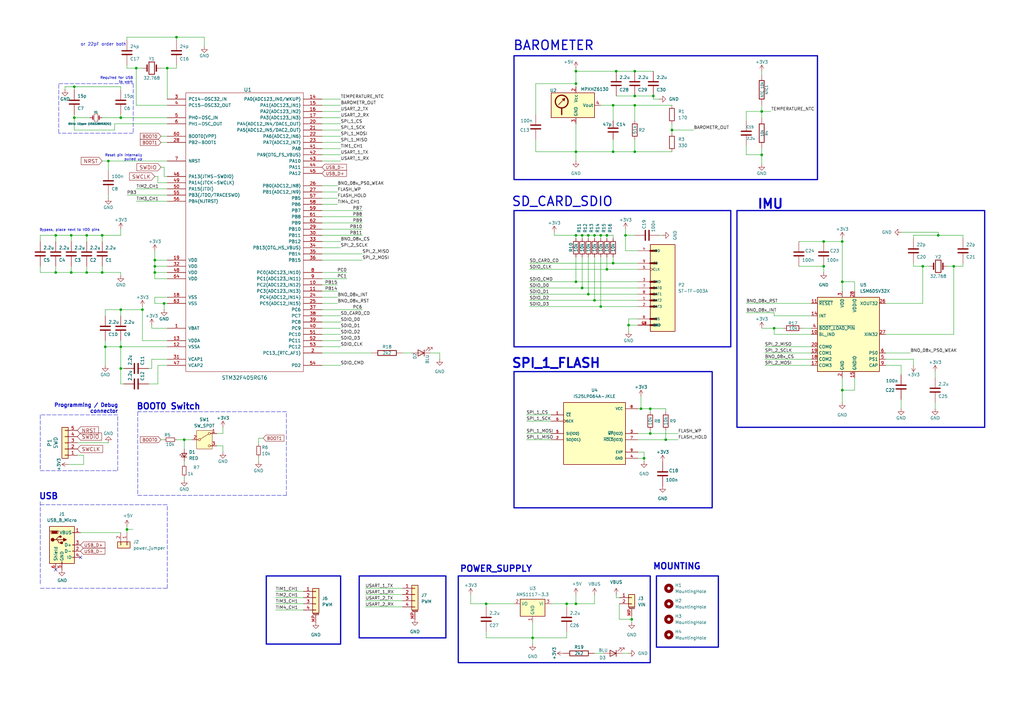
<source format=kicad_sch>
(kicad_sch (version 20231120) (generator "eeschema") (generator_version "8.0")
  (paper "A3")
  (title_block (title "Брекешев Бактияр "))
  (junction (at 236.22 115.57))
  (junction (at 378.46 109.22))
  (junction (at 22.86 96.52))
  (junction (at 232.41 247.65))
  (junction (at 58.42 127))
  (junction (at 251.46 107.95))
  (junction (at 49.53 142.24))
  (junction (at 260.35 29.21))
  (junction (at 241.3 120.65))
  (junction (at 30.48 35.56))
  (junction (at 257.81 133.35))
  (junction (at 260.35 62.23))
  (junction (at 252.73 29.21))
  (junction (at 251.46 62.23))
  (junction (at 345.44 99.06))
  (junction (at 248.92 96.52))
  (junction (at 238.76 118.11))
  (junction (at 248.92 110.49))
  (junction (at 246.38 125.73))
  (junction (at 55.88 27.94))
  (junction (at 72.39 15.24))
  (junction (at 63.5 109.22))
  (junction (at 236.22 29.21))
  (junction (at 199.39 247.65))
  (junction (at 251.46 43.18))
  (junction (at 22.86 111.76))
  (junction (at 312.42 45.72))
  (junction (at 41.91 111.76))
  (junction (at 218.44 261.62))
  (junction (at 312.42 63.5))
  (junction (at 260.35 43.18))
  (junction (at 29.21 96.52))
  (junction (at 243.84 96.52))
  (junction (at 49.53 48.26))
  (junction (at 63.5 106.68))
  (junction (at 260.35 39.37))
  (junction (at 63.5 111.76))
  (junction (at 35.56 111.76))
  (junction (at 41.91 96.52))
  (junction (at 52.07 217.17))
  (junction (at 337.82 99.06))
  (junction (at 43.18 142.24))
  (junction (at 44.45 66.04))
  (junction (at 236.22 62.23))
  (junction (at 262.89 167.64))
  (junction (at 29.21 111.76))
  (junction (at 68.58 27.94))
  (junction (at 236.22 247.65))
  (junction (at 391.16 109.22))
  (junction (at 49.53 127))
  (junction (at 35.56 96.52))
  (junction (at 259.08 254))
  (junction (at 384.81 96.52))
  (junction (at 273.05 180.34))
  (junction (at 256.54 96.52))
  (junction (at 345.44 160.02))
  (junction (at 241.3 96.52))
  (junction (at 238.76 96.52))
  (junction (at 317.5 134.62))
  (junction (at 75.565 180.34))
  (junction (at 337.82 109.22))
  (junction (at 345.44 115.57))
  (junction (at 275.59 53.34))
  (junction (at 49.53 151.13))
  (junction (at 67.31 124.46))
  (junction (at 236.22 34.29))
  (junction (at 264.16 187.96))
  (junction (at 266.7 177.8))
  (junction (at 266.7 167.64))
  (junction (at 30.48 48.26))
  (junction (at 246.38 96.52))
  (junction (at 243.84 123.19))
  (junction (at 236.22 96.52))
  (junction (at 267.97 39.37))
  (no_connect (at 22.86 233.68))
  (no_connect (at 33.02 228.6))
  (wire (pts (xy 132.08 127) (xy 148.59 127)))
  (wire (pts (xy 246.38 96.52) (xy 248.92 96.52)))
  (wire (pts (xy 34.29 186.69) (xy 31.75 186.69)))
  (wire (pts (xy 219.71 34.29) (xy 236.22 34.29)))
  (wire (pts (xy 260.35 39.37) (xy 267.97 39.37)))
  (wire (pts (xy 58.42 127) (xy 49.53 127)))
  (wire (pts (xy 72.39 15.24) (xy 52.07 15.24)))
  (wire (pts (xy 72.39 180.34) (xy 75.565 180.34)))
  (wire (pts (xy 55.88 43.18) (xy 55.88 27.94)))
  (wire (pts (xy 138.43 124.46) (xy 132.08 124.46)))
  (wire (pts (xy 180.34 144.78) (xy 180.34 147.32)))
  (wire (pts (xy 254 247.65) (xy 254 254)))
  (polyline (pts (xy 24.13 34.29) (xy 54.61 34.29)) (stroke (width 0) (type dash)))
  (wire (pts (xy 369.57 149.86) (xy 369.57 153.67)))
  (wire (pts (xy 266.7 177.8) (xy 261.62 177.8)))
  (wire (pts (xy 35.56 111.76) (xy 29.21 111.76)))
  (wire (pts (xy 252.73 29.21) (xy 260.35 29.21)))
  (wire (pts (xy 251.46 43.18) (xy 251.46 49.53)))
  (wire (pts (xy 328.93 134.62) (xy 332.74 134.62)))
  (wire (pts (xy 132.08 53.34) (xy 139.7 53.34)))
  (wire (pts (xy 236.22 34.29) (xy 236.22 35.56)))
  (wire (pts (xy 63.5 121.92) (xy 63.5 124.46)))
  (wire (pts (xy 262.89 167.64) (xy 266.7 167.64)))
  (polyline (pts (xy 54.61 34.29) (xy 54.61 54.61)) (stroke (width 0) (type dash)))
  (wire (pts (xy 33.02 218.44) (xy 49.53 218.44)))
  (wire (pts (xy 226.06 247.65) (xy 232.41 247.65)))
  (wire (pts (xy 373.38 144.78) (xy 363.22 144.78)))
  (wire (pts (xy 259.08 252.73) (xy 259.08 254)))
  (wire (pts (xy 68.58 106.68) (xy 63.5 106.68)))
  (wire (pts (xy 243.84 96.52) (xy 246.38 96.52)))
  (wire (pts (xy 256.54 96.52) (xy 260.35 96.52)))
  (wire (pts (xy 26.67 35.56) (xy 26.67 36.83)))
  (wire (pts (xy 251.46 105.41) (xy 251.46 107.95)))
  (polyline (pts (xy 56.515 168.91) (xy 56.515 203.2)) (stroke (width 0) (type dash)))
  (wire (pts (xy 62.23 151.13) (xy 60.96 151.13)))
  (wire (pts (xy 49.53 96.52) (xy 41.91 96.52)))
  (wire (pts (xy 68.58 27.94) (xy 68.58 40.64)))
  (wire (pts (xy 63.5 102.87) (xy 63.5 106.68)))
  (wire (pts (xy 273.05 167.64) (xy 266.7 167.64)))
  (wire (pts (xy 62.23 147.32) (xy 62.23 151.13)))
  (polyline (pts (xy 48.26 170.18) (xy 16.51 170.18)) (stroke (width 0) (type dash)))
  (wire (pts (xy 165.1 144.78) (xy 168.91 144.78)))
  (wire (pts (xy 261.62 185.42) (xy 264.16 185.42)))
  (wire (pts (xy 378.46 124.46) (xy 378.46 109.22)))
  (wire (pts (xy 275.59 50.8) (xy 275.59 53.34)))
  (wire (pts (xy 317.5 137.16) (xy 317.5 134.62)))
  (wire (pts (xy 246.38 125.73) (xy 261.62 125.73)))
  (wire (pts (xy 219.71 57.15) (xy 219.71 62.23)))
  (wire (pts (xy 63.5 72.39) (xy 64.77 72.39)))
  (wire (pts (xy 22.86 111.76) (xy 22.86 109.22)))
  (wire (pts (xy 132.08 137.16) (xy 139.7 137.16)))
  (wire (pts (xy 52.07 15.24) (xy 52.07 16.51)))
  (wire (pts (xy 275.59 53.34) (xy 284.48 53.34)))
  (wire (pts (xy 35.56 111.76) (xy 35.56 109.22)))
  (wire (pts (xy 312.42 29.21) (xy 312.42 30.48)))
  (wire (pts (xy 138.43 116.84) (xy 132.08 116.84)))
  (wire (pts (xy 256.54 93.98) (xy 256.54 96.52)))
  (wire (pts (xy 58.42 125.73) (xy 58.42 127)))
  (wire (pts (xy 41.91 109.22) (xy 41.91 111.76)))
  (wire (pts (xy 238.76 118.11) (xy 261.62 118.11)))
  (wire (pts (xy 46.99 53.34) (xy 46.99 50.8)))
  (wire (pts (xy 43.18 127) (xy 43.18 129.54)))
  (wire (pts (xy 67.31 72.39) (xy 68.58 72.39)))
  (wire (pts (xy 378.46 109.22) (xy 381 109.22)))
  (wire (pts (xy 262.89 162.56) (xy 262.89 167.64)))
  (wire (pts (xy 106.045 179.705) (xy 106.045 182.245)))
  (wire (pts (xy 68.58 142.24) (xy 49.53 142.24)))
  (wire (pts (xy 41.91 96.52) (xy 35.56 96.52)))
  (wire (pts (xy 91.44 182.88) (xy 88.9 182.88)))
  (wire (pts (xy 68.58 50.8) (xy 46.99 50.8)))
  (wire (pts (xy 199.39 261.62) (xy 218.44 261.62)))
  (wire (pts (xy 138.43 119.38) (xy 132.08 119.38)))
  (wire (pts (xy 68.58 66.04) (xy 44.45 66.04)))
  (wire (pts (xy 29.21 96.52) (xy 29.21 99.06)))
  (wire (pts (xy 345.44 160.02) (xy 345.44 165.1)))
  (polyline (pts (xy 48.26 193.04) (xy 48.26 170.18)) (stroke (width 0) (type dash)))
  (wire (pts (xy 64.77 74.93) (xy 68.58 74.93)))
  (wire (pts (xy 243.84 247.65) (xy 236.22 247.65)))
  (wire (pts (xy 139.7 43.18) (xy 132.08 43.18)))
  (wire (pts (xy 337.82 99.06) (xy 345.44 99.06)))
  (wire (pts (xy 138.43 121.92) (xy 132.08 121.92)))
  (wire (pts (xy 312.42 134.62) (xy 317.5 134.62)))
  (wire (pts (xy 363.22 147.32) (xy 374.65 147.32)))
  (wire (pts (xy 148.59 93.98) (xy 132.08 93.98)))
  (wire (pts (xy 256.54 102.87) (xy 256.54 96.52)))
  (wire (pts (xy 264.16 185.42) (xy 264.16 187.96)))
  (wire (pts (xy 22.86 111.76) (xy 16.51 111.76)))
  (wire (pts (xy 248.92 105.41) (xy 248.92 110.49)))
  (wire (pts (xy 337.82 109.22) (xy 337.82 111.76)))
  (wire (pts (xy 312.42 45.72) (xy 316.23 45.72)))
  (wire (pts (xy 215.9 180.34) (xy 226.06 180.34)))
  (wire (pts (xy 363.22 124.46) (xy 378.46 124.46)))
  (wire (pts (xy 67.31 124.46) (xy 63.5 124.46)))
  (wire (pts (xy 273.05 176.53) (xy 273.05 180.34)))
  (wire (pts (xy 345.44 160.02) (xy 345.44 154.94)))
  (wire (pts (xy 132.08 142.24) (xy 139.7 142.24)))
  (wire (pts (xy 273.05 180.34) (xy 261.62 180.34)))
  (wire (pts (xy 275.59 53.34) (xy 275.59 54.61)))
  (wire (pts (xy 217.17 107.95) (xy 251.46 107.95)))
  (wire (pts (xy 255.27 267.97) (xy 257.81 267.97)))
  (wire (pts (xy 68.58 121.92) (xy 63.5 121.92)))
  (wire (pts (xy 350.52 160.02) (xy 345.44 160.02)))
  (wire (pts (xy 139.7 99.06) (xy 132.08 99.06)))
  (wire (pts (xy 148.59 106.68) (xy 132.08 106.68)))
  (wire (pts (xy 383.54 165.1) (xy 383.54 167.64)))
  (wire (pts (xy 363.22 149.86) (xy 369.57 149.86)))
  (wire (pts (xy 241.3 120.65) (xy 261.62 120.65)))
  (wire (pts (xy 30.48 35.56) (xy 26.67 35.56)))
  (wire (pts (xy 49.53 93.98) (xy 49.53 96.52)))
  (wire (pts (xy 63.5 114.3) (xy 68.58 114.3)))
  (wire (pts (xy 29.21 111.76) (xy 29.21 109.22)))
  (wire (pts (xy 54.61 217.17) (xy 52.07 217.17)))
  (wire (pts (xy 176.53 144.78) (xy 180.34 144.78)))
  (wire (pts (xy 261.62 187.96) (xy 264.16 187.96)))
  (wire (pts (xy 49.53 129.54) (xy 49.53 127)))
  (wire (pts (xy 243.84 105.41) (xy 243.84 123.19)))
  (wire (pts (xy 139.7 129.54) (xy 132.08 129.54)))
  (wire (pts (xy 52.07 215.9) (xy 52.07 217.17)))
  (wire (pts (xy 16.51 111.76) (xy 16.51 109.22)))
  (wire (pts (xy 248.92 96.52) (xy 248.92 97.79)))
  (wire (pts (xy 199.39 247.65) (xy 210.82 247.65)))
  (wire (pts (xy 251.46 62.23) (xy 260.35 62.23)))
  (wire (pts (xy 313.69 149.86) (xy 332.74 149.86)))
  (wire (pts (xy 139.7 139.7) (xy 132.08 139.7)))
  (wire (pts (xy 384.81 95.25) (xy 384.81 96.52)))
  (wire (pts (xy 30.48 35.56) (xy 30.48 36.83)))
  (wire (pts (xy 148.59 86.36) (xy 132.08 86.36)))
  (wire (pts (xy 313.69 147.32) (xy 332.74 147.32)))
  (wire (pts (xy 49.53 111.76) (xy 41.91 111.76)))
  (wire (pts (xy 31.75 181.61) (xy 44.45 181.61)))
  (wire (pts (xy 251.46 57.15) (xy 251.46 62.23)))
  (wire (pts (xy 63.5 109.22) (xy 68.58 109.22)))
  (wire (pts (xy 260.35 43.18) (xy 251.46 43.18)))
  (wire (pts (xy 36.83 48.26) (xy 30.48 48.26)))
  (wire (pts (xy 30.48 48.26) (xy 30.48 53.34)))
  (wire (pts (xy 49.53 46.99) (xy 49.53 48.26)))
  (wire (pts (xy 72.39 27.94) (xy 68.58 27.94)))
  (wire (pts (xy 313.69 144.78) (xy 332.74 144.78)))
  (wire (pts (xy 148.59 96.52) (xy 132.08 96.52)))
  (wire (pts (xy 306.07 124.46) (xy 332.74 124.46)))
  (wire (pts (xy 49.53 35.56) (xy 30.48 35.56)))
  (wire (pts (xy 252.73 29.21) (xy 236.22 29.21)))
  (wire (pts (xy 217.17 110.49) (xy 248.92 110.49)))
  (wire (pts (xy 16.51 96.52) (xy 16.51 99.06)))
  (wire (pts (xy 49.53 127) (xy 43.18 127)))
  (wire (pts (xy 313.69 142.24) (xy 332.74 142.24)))
  (wire (pts (xy 278.13 177.8) (xy 266.7 177.8)))
  (wire (pts (xy 218.44 261.62) (xy 232.41 261.62)))
  (wire (pts (xy 44.45 66.04) (xy 41.91 66.04)))
  (polyline (pts (xy 16.51 205.74) (xy 16.51 240.03)) (stroke (width 0) (type dash)))
  (polyline (pts (xy 54.61 54.61) (xy 24.13 54.61)) (stroke (width 0) (type dash)))
  (wire (pts (xy 243.84 96.52) (xy 243.84 97.79)))
  (wire (pts (xy 83.82 15.24) (xy 72.39 15.24)))
  (wire (pts (xy 67.31 124.46) (xy 67.31 127)))
  (wire (pts (xy 113.03 242.57) (xy 124.46 242.57)))
  (wire (pts (xy 49.53 139.7) (xy 49.53 142.24)))
  (wire (pts (xy 139.7 55.88) (xy 132.08 55.88)))
  (wire (pts (xy 91.44 177.8) (xy 91.44 175.26)))
  (wire (pts (xy 394.97 96.52) (xy 384.81 96.52)))
  (wire (pts (xy 238.76 105.41) (xy 238.76 118.11)))
  (wire (pts (xy 67.31 68.58) (xy 67.31 72.39)))
  (wire (pts (xy 345.44 99.06) (xy 345.44 115.57)))
  (wire (pts (xy 236.22 105.41) (xy 236.22 115.57)))
  (wire (pts (xy 149.86 241.3) (xy 165.1 241.3)))
  (wire (pts (xy 219.71 62.23) (xy 236.22 62.23)))
  (wire (pts (xy 199.39 247.65) (xy 199.39 248.92)))
  (wire (pts (xy 259.08 254) (xy 259.08 255.27)))
  (wire (pts (xy 270.51 40.64) (xy 267.97 40.64)))
  (wire (pts (xy 266.7 168.91) (xy 266.7 167.64)))
  (wire (pts (xy 49.53 151.13) (xy 49.53 157.48)))
  (wire (pts (xy 236.22 247.65) (xy 232.41 247.65)))
  (wire (pts (xy 306.07 63.5) (xy 312.42 63.5)))
  (wire (pts (xy 106.045 189.23) (xy 106.045 187.325)))
  (wire (pts (xy 374.65 107.95) (xy 374.65 109.22)))
  (wire (pts (xy 68.58 147.32) (xy 62.23 147.32)))
  (wire (pts (xy 383.54 152.4) (xy 383.54 154.94)))
  (wire (pts (xy 227.33 96.52) (xy 236.22 96.52)))
  (wire (pts (xy 62.23 134.62) (xy 62.23 133.35)))
  (wire (pts (xy 391.16 109.22) (xy 391.16 137.16)))
  (wire (pts (xy 273.05 168.91) (xy 273.05 167.64)))
  (wire (pts (xy 66.04 55.88) (xy 68.58 55.88)))
  (wire (pts (xy 52.07 27.94) (xy 55.88 27.94)))
  (wire (pts (xy 43.18 139.7) (xy 43.18 142.24)))
  (wire (pts (xy 52.07 80.01) (xy 68.58 80.01)))
  (wire (pts (xy 215.9 170.18) (xy 226.06 170.18)))
  (wire (pts (xy 350.52 115.57) (xy 345.44 115.57)))
  (wire (pts (xy 199.39 259.08) (xy 199.39 261.62)))
  (wire (pts (xy 261.62 133.35) (xy 257.81 133.35)))
  (wire (pts (xy 264.16 187.96) (xy 264.16 189.23)))
  (wire (pts (xy 252.73 39.37) (xy 260.35 39.37)))
  (wire (pts (xy 132.08 101.6) (xy 139.7 101.6)))
  (wire (pts (xy 252.73 245.11) (xy 252.73 243.84)))
  (wire (pts (xy 236.22 27.94) (xy 236.22 29.21)))
  (wire (pts (xy 217.17 125.73) (xy 246.38 125.73)))
  (wire (pts (xy 30.48 46.99) (xy 30.48 48.26)))
  (wire (pts (xy 267.97 40.64) (xy 267.97 39.37)))
  (wire (pts (xy 312.42 63.5) (xy 312.42 67.31)))
  (wire (pts (xy 236.22 243.84) (xy 236.22 247.65)))
  (polyline (pts (xy 117.475 203.2) (xy 117.475 168.91)) (stroke (width 0) (type dash)))
  (wire (pts (xy 327.66 109.22) (xy 337.82 109.22)))
  (wire (pts (xy 332.74 137.16) (xy 317.5 137.16)))
  (wire (pts (xy 49.53 142.24) (xy 43.18 142.24)))
  (wire (pts (xy 241.3 105.41) (xy 241.3 120.65)))
  (wire (pts (xy 139.7 63.5) (xy 132.08 63.5)))
  (wire (pts (xy 254 254) (xy 259.08 254)))
  (wire (pts (xy 241.3 96.52) (xy 243.84 96.52)))
  (wire (pts (xy 394.97 107.95) (xy 394.97 109.22)))
  (wire (pts (xy 391.16 137.16) (xy 363.22 137.16)))
  (wire (pts (xy 149.86 243.84) (xy 165.1 243.84)))
  (wire (pts (xy 260.35 29.21) (xy 267.97 29.21)))
  (wire (pts (xy 251.46 107.95) (xy 261.62 107.95)))
  (wire (pts (xy 384.81 96.52) (xy 374.65 96.52)))
  (wire (pts (xy 312.42 60.96) (xy 312.42 63.5)))
  (wire (pts (xy 139.7 58.42) (xy 132.08 58.42)))
  (wire (pts (xy 345.44 97.79) (xy 345.44 99.06)))
  (wire (pts (xy 317.5 129.54) (xy 332.74 129.54)))
  (wire (pts (xy 306.07 45.72) (xy 312.42 45.72)))
  (wire (pts (xy 63.5 109.22) (xy 63.5 111.76)))
  (wire (pts (xy 132.08 78.74) (xy 138.43 78.74)))
  (wire (pts (xy 374.65 109.22) (xy 378.46 109.22)))
  (wire (pts (xy 232.41 247.65) (xy 232.41 248.92)))
  (wire (pts (xy 388.62 109.22) (xy 391.16 109.22)))
  (wire (pts (xy 306.07 128.27) (xy 317.5 128.27)))
  (wire (pts (xy 68.58 48.26) (xy 49.53 48.26)))
  (wire (pts (xy 49.53 36.83) (xy 49.53 35.56)))
  (wire (pts (xy 148.59 104.14) (xy 132.08 104.14)))
  (wire (pts (xy 246.38 96.52) (xy 246.38 97.79)))
  (wire (pts (xy 266.7 176.53) (xy 266.7 177.8)))
  (wire (pts (xy 236.22 50.8) (xy 236.22 62.23)))
  (wire (pts (xy 317.5 128.27) (xy 317.5 129.54)))
  (wire (pts (xy 34.29 190.5) (xy 34.29 186.69)))
  (wire (pts (xy 217.17 120.65) (xy 241.3 120.65)))
  (wire (pts (xy 248.92 110.49) (xy 261.62 110.49)))
  (wire (pts (xy 88.9 177.8) (xy 91.44 177.8)))
  (polyline (pts (xy 56.515 203.2) (xy 117.475 203.2)) (stroke (width 0) (type dash)))
  (wire (pts (xy 243.84 267.97) (xy 247.65 267.97)))
  (wire (pts (xy 248.92 96.52) (xy 251.46 96.52)))
  (wire (pts (xy 83.82 19.05) (xy 83.82 15.24)))
  (wire (pts (xy 139.7 50.8) (xy 132.08 50.8)))
  (wire (pts (xy 44.45 66.04) (xy 44.45 69.85)))
  (wire (pts (xy 30.48 53.34) (xy 46.99 53.34)))
  (wire (pts (xy 243.84 123.19) (xy 261.62 123.19)))
  (wire (pts (xy 75.565 184.15) (xy 75.565 180.34)))
  (wire (pts (xy 63.5 111.76) (xy 63.5 114.3)))
  (wire (pts (xy 132.08 149.86) (xy 139.7 149.86)))
  (wire (pts (xy 139.7 66.04) (xy 132.08 66.04)))
  (polyline (pts (xy 16.51 207.01) (xy 68.58 207.01)) (stroke (width 0) (type dash)))
  (wire (pts (xy 243.84 243.84) (xy 243.84 247.65)))
  (wire (pts (xy 49.53 48.26) (xy 41.91 48.26)))
  (wire (pts (xy 215.9 177.8) (xy 226.06 177.8)))
  (wire (pts (xy 148.59 91.44) (xy 132.08 91.44)))
  (wire (pts (xy 113.03 250.19) (xy 124.46 250.19)))
  (wire (pts (xy 75.565 196.85) (xy 75.565 195.58)))
  (wire (pts (xy 139.7 40.64) (xy 132.08 40.64)))
  (wire (pts (xy 217.17 118.11) (xy 238.76 118.11)))
  (wire (pts (xy 236.22 66.04) (xy 236.22 62.23)))
  (wire (pts (xy 306.07 45.72) (xy 306.07 49.53)))
  (wire (pts (xy 327.66 99.06) (xy 337.82 99.06)))
  (wire (pts (xy 78.74 180.34) (xy 75.565 180.34)))
  (wire (pts (xy 251.46 96.52) (xy 251.46 97.79)))
  (wire (pts (xy 142.24 114.3) (xy 132.08 114.3)))
  (wire (pts (xy 215.9 172.72) (xy 226.06 172.72)))
  (wire (pts (xy 350.52 154.94) (xy 350.52 160.02)))
  (wire (pts (xy 55.88 82.55) (xy 68.58 82.55)))
  (wire (pts (xy 139.7 45.72) (xy 132.08 45.72)))
  (wire (pts (xy 219.71 46.99) (xy 219.71 34.29)))
  (wire (pts (xy 139.7 48.26) (xy 132.08 48.26)))
  (wire (pts (xy 66.04 58.42) (xy 68.58 58.42)))
  (wire (pts (xy 236.22 96.52) (xy 238.76 96.52)))
  (wire (pts (xy 246.38 43.18) (xy 251.46 43.18)))
  (wire (pts (xy 236.22 29.21) (xy 236.22 34.29)))
  (wire (pts (xy 345.44 115.57) (xy 345.44 119.38)))
  (wire (pts (xy 72.39 16.51) (xy 72.39 15.24)))
  (wire (pts (xy 66.04 27.94) (xy 68.58 27.94)))
  (wire (pts (xy 68.58 124.46) (xy 67.31 124.46)))
  (wire (pts (xy 236.22 62.23) (xy 251.46 62.23)))
  (wire (pts (xy 252.73 245.11) (xy 254 245.11)))
  (wire (pts (xy 257.81 130.81) (xy 257.81 133.35)))
  (wire (pts (xy 41.91 111.76) (xy 35.56 111.76)))
  (wire (pts (xy 238.76 96.52) (xy 238.76 97.79)))
  (wire (pts (xy 246.38 105.41) (xy 246.38 125.73)))
  (wire (pts (xy 63.5 111.76) (xy 68.58 111.76)))
  (wire (pts (xy 139.7 132.08) (xy 132.08 132.08)))
  (wire (pts (xy 113.03 245.11) (xy 124.46 245.11)))
  (wire (pts (xy 138.43 83.82) (xy 132.08 83.82)))
  (wire (pts (xy 132.08 81.28) (xy 138.43 81.28)))
  (wire (pts (xy 193.04 247.65) (xy 199.39 247.65)))
  (wire (pts (xy 55.88 27.94) (xy 58.42 27.94)))
  (wire (pts (xy 27.94 190.5) (xy 34.29 190.5)))
  (wire (pts (xy 22.86 96.52) (xy 22.86 99.06)))
  (wire (pts (xy 394.97 109.22) (xy 391.16 109.22)))
  (wire (pts (xy 275.59 43.18) (xy 260.35 43.18)))
  (wire (pts (xy 394.97 97.79) (xy 394.97 96.52)))
  (polyline (pts (xy 68.58 241.3) (xy 68.58 207.01)) (stroke (width 0) (type dash)))
  (wire (pts (xy 236.22 96.52) (xy 236.22 97.79)))
  (wire (pts (xy 107.95 179.705) (xy 106.045 179.705)))
  (wire (pts (xy 275.59 62.23) (xy 260.35 62.23)))
  (wire (pts (xy 241.3 96.52) (xy 241.3 97.79)))
  (wire (pts (xy 35.56 96.52) (xy 35.56 99.06)))
  (wire (pts (xy 149.86 248.92) (xy 165.1 248.92)))
  (wire (pts (xy 218.44 264.16) (xy 218.44 261.62)))
  (wire (pts (xy 72.39 26.67) (xy 72.39 27.94)))
  (wire (pts (xy 256.54 102.87) (xy 261.62 102.87)))
  (polyline (pts (xy 117.475 168.91) (xy 56.515 168.91)) (stroke (width 0) (type dash)))
  (wire (pts (xy 64.77 72.39) (xy 64.77 74.93)))
  (wire (pts (xy 350.52 119.38) (xy 350.52 115.57)))
  (wire (pts (xy 68.58 134.62) (xy 62.23 134.62)))
  (wire (pts (xy 312.42 45.72) (xy 312.42 48.26)))
  (wire (pts (xy 312.42 43.18) (xy 312.42 45.72)))
  (polyline (pts (xy 16.51 170.18) (xy 16.51 193.04)) (stroke (width 0) (type dash)))
  (wire (pts (xy 227.33 95.25) (xy 227.33 96.52)))
  (wire (pts (xy 260.35 49.53) (xy 260.35 43.18)))
  (wire (pts (xy 306.07 59.69) (xy 306.07 63.5)))
  (wire (pts (xy 55.88 77.47) (xy 68.58 77.47)))
  (wire (pts (xy 218.44 255.27) (xy 218.44 261.62)))
  (wire (pts (xy 236.22 115.57) (xy 261.62 115.57)))
  (wire (pts (xy 52.07 26.67) (xy 52.07 27.94)))
  (wire (pts (xy 139.7 134.62) (xy 132.08 134.62)))
  (wire (pts (xy 49.53 142.24) (xy 49.53 151.13)))
  (wire (pts (xy 66.04 180.34) (xy 67.31 180.34)))
  (wire (pts (xy 232.41 261.62) (xy 232.41 259.08)))
  (wire (pts (xy 29.21 96.52) (xy 22.86 96.52)))
  (wire (pts (xy 49.53 151.13) (xy 50.8 151.13)))
  (wire (pts (xy 217.17 115.57) (xy 236.22 115.57)))
  (polyline (pts (xy 16.51 241.3) (xy 68.58 241.3)) (stroke (width 0) (type dash)))
  (wire (pts (xy 68.58 43.18) (xy 55.88 43.18)))
  (wire (pts (xy 63.5 106.68) (xy 63.5 109.22)))
  (wire (pts (xy 148.59 88.9) (xy 132.08 88.9)))
  (wire (pts (xy 29.21 111.76) (xy 22.86 111.76)))
  (wire (pts (xy 374.65 96.52) (xy 374.65 97.79)))
  (wire (pts (xy 193.04 243.84) (xy 193.04 247.65)))
  (wire (pts (xy 369.57 95.25) (xy 384.81 95.25)))
  (wire (pts (xy 217.17 123.19) (xy 243.84 123.19)))
  (wire (pts (xy 257.81 133.35) (xy 257.81 135.89)))
  (wire (pts (xy 58.42 139.7) (xy 68.58 139.7)))
  (wire (pts (xy 66.04 68.58) (xy 67.31 68.58)))
  (polyline (pts (xy 16.51 193.04) (xy 48.26 193.04)) (stroke (width 0) (type dash)))
  (wire (pts (xy 142.24 111.76) (xy 132.08 111.76)))
  (wire (pts (xy 64.77 149.86) (xy 64.77 157.48)))
  (wire (pts (xy 260.35 57.15) (xy 260.35 62.23)))
  (wire (pts (xy 374.65 147.32) (xy 374.65 149.86)))
  (wire (pts (xy 49.53 113.03) (xy 49.53 111.76)))
  (wire (pts (xy 138.43 76.2) (xy 132.08 76.2)))
  (wire (pts (xy 238.76 96.52) (xy 241.3 96.52)))
  (wire (pts (xy 68.58 149.86) (xy 64.77 149.86)))
  (wire (pts (xy 317.5 134.62) (xy 321.31 134.62)))
  (wire (pts (xy 113.03 247.65) (xy 124.46 247.65)))
  (wire (pts (xy 278.13 180.34) (xy 273.05 180.34)))
  (wire (pts (xy 91.44 182.88) (xy 91.44 185.42)))
  (wire (pts (xy 75.565 190.5) (xy 75.565 189.23)))
  (wire (pts (xy 262.89 167.64) (xy 261.62 167.64)))
  (wire (pts (xy 49.53 157.48) (xy 50.8 157.48)))
  (wire (pts (xy 58.42 127) (xy 58.42 139.7)))
  (wire (pts (xy 35.56 96.52) (xy 29.21 96.52)))
  (wire (pts (xy 139.7 60.96) (xy 132.08 60.96)))
  (wire (pts (xy 41.91 96.52) (xy 41.91 99.06)))
  (wire (pts (xy 149.86 246.38) (xy 165.1 246.38)))
  (wire (pts (xy 152.4 144.78) (xy 132.08 144.78)))
  (wire (pts (xy 22.86 96.52) (xy 16.51 96.52)))
  (wire (pts (xy 52.07 217.17) (xy 52.07 218.44)))
  (wire (pts (xy 44.45 81.28) (xy 44.45 80.01)))
  (wire (pts (xy 43.18 142.24) (xy 43.18 149.86)))
  (wire (pts (xy 261.62 130.81) (xy 257.81 130.81)))
  (wire (pts (xy 369.57 163.83) (xy 369.57 167.64)))
  (wire (pts (xy 64.77 157.48) (xy 60.96 157.48)))
  (polyline (pts (xy 24.13 54.61) (xy 24.13 34.29)) (stroke (width 0) (type dash)))
  (wire (pts (xy 270.51 96.52) (xy 271.78 96.52)))
  (rectangle (start 210.82 152.4) (end 292.1 208.28) (stroke (width 0.508)))
  (rectangle (start 210.82 22.86) (end 335.28 73.66) (stroke (width 0.508)))
  (rectangle (start 302.26 86.36) (end 403.86 175.26) (stroke (width 0.508)))
  (rectangle (start 210.82 86.36) (end 299.72 142.24) (stroke (width 0.508)))
  (rectangle (start 147.32 236.22) (end 182.88 261.62) (stroke (width 0.508)))
  (rectangle (start 187.96 236.22) (end 266.7 271.78) (stroke (width 0.508)))
  (rectangle (start 109.22 236.22) (end 139.7 264.16) (stroke (width 0.508)))
  (rectangle (start 269.24 236.22) (end 294.64 265.43) (stroke (width 0.508)))
  (text "IMU\n" (at 315.976 83.82 0) (effects (font (size 3.81 3.81) (thickness 0.762) (bold yes))))
  (text "SD_CARD_SDIO" (at 230.632 82.804 0) (effects (font (size 3.81 3.81) (thickness 0.508) (bold yes))))
  (text "Reset pin internally\npulled up" (at 58.42 66.04 0) (effects (font (size 1.016 1.016)) (justify right bottom)))
  (text "BAROMETER\n" (at 227.076 18.796 0) (effects (font (size 3.81 3.81) (thickness 0.508) (bold yes))))
  (text "or 22pF order both\n" (at 42.418 18.288 0) (effects (font (size 1.27 1.27))))
  (text "USB" (at 15.875 205.105 0) (effects (font (size 2.4892 2.4892) (thickness 0.4978) (bold yes)) (justify left bottom)))
  (text "Bypass, place next to VDD pins" (at 40.894 94.996 0) (effects (font (size 1.016 1.016)) (justify right bottom)))
  (text "Required for USB\nto work" (at 54.61 34.29 0) (effects (font (size 1.016 1.016)) (justify right bottom)))
  (text "MOUNTING\n" (at 277.622 232.41 0) (effects (font (size 2.54 2.54) (bold yes))))
  (text "Programming / Debug\nconnector" (at 48.514 169.672 0) (effects (font (size 1.524 1.524) (thickness 0.3048) (bold yes)) (justify right bottom)))
  (text "BOOT0 Switch" (at 55.88 168.275 0) (effects (font (size 2.4892 2.4892) (thickness 0.4978) (bold yes)) (justify left bottom)))
  (text "SPI_1_FLASH" (at 228.092 149.098 0) (effects (font (size 3.81 3.81) (thickness 0.762) (bold yes))))
  (text "POWER_SUPPLY\n" (at 203.454 233.426 0) (effects (font (size 2.54 2.54) (bold yes))))
  (label "TIM1_CH1" (at 139.7 60.96 0))
  (label "PB3" (at 52.07 80.01 0))
  (label "SDIO_CMD" (at 217.17 115.57 0))
  (label "BNO_08x_INT" (at 306.07 128.27 0))
  (label "TIM2_CH1" (at 55.88 77.47 0))
  (label "SDIO_D2" (at 217.17 123.19 0))
  (label "SDIO_D3" (at 217.17 125.73 0))
  (label "BNO_08x_RST" (at 138.43 124.46 0))
  (label "USART_1_TX" (at 149.86 241.3 0))
  (label "USART_2_RX" (at 139.7 48.26 0))
  (label "SPI_2_SCLK" (at 313.69 144.78 0))
  (label "FLASH_WP" (at 138.43 78.74 0))
  (label "USART_1_TX" (at 139.7 63.5 0))
  (label "SDIO_D3" (at 139.7 139.7 0))
  (label "USART_2_RX" (at 149.86 248.92 0))
  (label "PB7" (at 148.59 86.36 180))
  (label "SPI_1_SCK" (at 139.7 53.34 0))
  (label "SD_CARD_CD" (at 139.7 129.54 0))
  (label "SPI_2_MISO" (at 148.59 104.14 0))
  (label "SPI_2_MOSI" (at 148.59 106.68 0))
  (label "TEMPERATURE_NTC" (at 139.7 40.64 0))
  (label "SPI_1_SCK" (at 215.9 172.72 0))
  (label "SPI_1_MISO" (at 139.7 58.42 0))
  (label "SPI_2_SCLK" (at 139.7 101.6 0))
  (label "SPI_1_MOSI" (at 215.9 177.8 0))
  (label "SDIO_CMD" (at 139.7 149.86 0))
  (label "BAROMETR_OUT" (at 284.48 53.34 0))
  (label "BNO_08x_CS" (at 313.69 147.32 0))
  (label "PB10" (at 148.59 93.98 180))
  (label "TIM2_CH1" (at 113.03 245.11 0))
  (label "BNO_08x_RST" (at 306.07 124.46 0))
  (label "SPI_1_CS" (at 139.7 50.8 0))
  (label "FLASH_HOLD" (at 138.43 81.28 0))
  (label "TIM1_CH1" (at 113.03 242.57 0))
  (label "SDIO_CLK" (at 139.7 142.24 0))
  (label "USART_1_RX" (at 139.7 66.04 0))
  (label "USART_2_TX" (at 149.86 246.38 0))
  (label "PB9" (at 148.59 91.44 180))
  (label "SDIO_D1" (at 139.7 134.62 0))
  (label "TEMPERATURE_NTC" (at 316.23 45.72 0))
  (label "PC6" (at 148.59 127 180))
  (label "PC0" (at 142.24 111.76 180))
  (label "SPI_2_MISO" (at 313.69 142.24 0))
  (label "SDIO_D0" (at 139.7 132.08 0))
  (label "BNO_08x_PS0_WEAK" (at 373.38 144.78 0))
  (label "PC1" (at 142.24 114.3 180))
  (label "USART_2_TX" (at 139.7 45.72 0))
  (label "BNO_08x_PS0_WEAK" (at 138.43 76.2 0))
  (label "SPI_2_MOSI" (at 313.69 149.86 0))
  (label "TIM4_CH1" (at 138.43 83.82 0))
  (label "BNO_08x_CS" (at 139.7 99.06 0))
  (label "SDIO_D0" (at 217.17 118.11 0))
  (label "BAROMETR_OUT" (at 139.7 43.18 0))
  (label "SDIO_D2" (at 139.7 137.16 0))
  (label "SPI_1_MISO" (at 215.9 180.34 0))
  (label "BNO_08x_INT" (at 138.43 121.92 0))
  (label "TIM3_CH1" (at 55.88 82.55 0))
  (label "FLASH_WP" (at 278.13 177.8 0))
  (label "SPI_1_CS" (at 215.9 170.18 0))
  (label "PB8" (at 148.59 88.9 180))
  (label "PB11" (at 148.59 96.52 180))
  (label "SD_CARD_CD" (at 217.17 107.95 0))
  (label "SPI_1_MOSI" (at 139.7 55.88 0))
  (label "USART_1_RX" (at 149.86 243.84 0))
  (label "TIM4_CH1" (at 113.03 250.19 0))
  (label "TIM3_CH1" (at 113.03 247.65 0))
  (label "PB15" (at 138.43 116.84 180))
  (label "PB14" (at 138.43 119.38 180))
  (label "FLASH_HOLD" (at 278.13 180.34 0))
  (label "SDIO_D1" (at 217.17 120.65 0))
  (label "SDIO_CLK" (at 217.17 110.49 0))
  (global_label "SWDIO" (shape input) (at 66.04 68.58 180) (effects (font (size 1.524 1.524))) (property "Intersheetrefs" "${INTERSHEET_REFS}" (effects (hide yes))))
  (global_label "USB_D-" (shape input) (at 33.02 226.06 0) (property "Intersheetrefs" "${INTERSHEET_REFS}" (effects (hide yes))))
  (global_label "BOOT1" (shape input) (at 107.95 179.705 0) (property "Intersheetrefs" "${INTERSHEET_REFS}" (effects (hide yes))))
  (global_label "USB_D+" (shape input) (at 33.02 223.52 0) (property "Intersheetrefs" "${INTERSHEET_REFS}" (effects (hide yes))))
  (global_label "SWCLK" (shape input) (at 63.5 72.39 180) (effects (font (size 1.524 1.524))) (property "Intersheetrefs" "${INTERSHEET_REFS}" (effects (hide yes))))
  (global_label "SWDIO" (shape input) (at 31.75 179.07 0) (effects (font (size 1.524 1.524))) (property "Intersheetrefs" "${INTERSHEET_REFS}" (effects (hide yes))))
  (global_label "USB_D-" (shape input) (at 132.08 68.58 0) (property "Intersheetrefs" "${INTERSHEET_REFS}" (effects (hide yes))))
  (global_label "USB_D+" (shape input) (at 132.08 71.12 0) (property "Intersheetrefs" "${INTERSHEET_REFS}" (effects (hide yes))))
  (global_label "SWCLK" (shape input) (at 31.75 184.15 0) (effects (font (size 1.524 1.524))) (property "Intersheetrefs" "${INTERSHEET_REFS}" (effects (hide yes))))
  (global_label "BOOT1" (shape input) (at 66.04 58.42 180) (property "Intersheetrefs" "${INTERSHEET_REFS}" (effects (hide yes))))
  (global_label "BOOT0" (shape input) (at 66.04 55.88 180) (property "Intersheetrefs" "${INTERSHEET_REFS}" (effects (hide yes))))
  (global_label "BOOT0" (shape input) (at 66.04 180.34 180) (property "Intersheetrefs" "${INTERSHEET_REFS}" (effects (hide yes))))
  (global_label "NRST" (shape input) (at 31.75 176.53 0) (effects (font (size 1.524 1.524))) (property "Intersheetrefs" "${INTERSHEET_REFS}" (effects (hide yes))))
  (global_label "NRST" (shape input) (at 41.91 66.04 180) (effects (font (size 1.524 1.524))) (property "Intersheetrefs" "${INTERSHEET_REFS}" (effects (hide yes))))
  (symbol (lib_id "Device:R_Small") (at 75.565 193.04 180) (unit 1)
    (property "Reference" "R7" (at 81.915 191.77 0) (effects (justify left)))
    (property "Value" "1k" (at 79.375 194.31 0) (effects (justify left)))
    (property "Footprint" "Resistor_SMD:R_0402_1005Metric_Pad0.72x0.64mm_HandSolder" (effects (hide yes)))
    (property "LCSC Part #" "C21190" (effects (hide yes)))
  )
  (symbol (lib_id "RBoard-rescue:+3.3V-power") (at 193.04 243.84 0) (unit 1)
    (property "Reference" "#PWR043" (effects (hide yes)))
    (property "Value" "+3V3" (at 193.04 240.03 0))
  )
  (symbol (lib_id "Device:R") (at 241.3 101.6 180) (unit 1)
    (property "Reference" "R12" (at 240.03 95.504 90) (effects (justify right)))
    (property "Value" "10k" (at 241.3 103.378 90) (effects (justify right)))
    (property "Footprint" "Resistor_SMD:R_0402_1005Metric_Pad0.72x0.64mm_HandSolder" (effects (hide yes)))
    (property "Description" "Resistor" (effects (hide yes)))
  )
  (symbol (lib_id "BLDC_4-rescue:C-RESCUE-BLDC_4") (at 49.53 134.62 0) (mirror x) (unit 1)
    (property "Reference" "C9" (at 50.8 137.16 0) (effects (justify left)))
    (property "Value" "2.2u" (at 50.8 132.08 0) (effects (justify left)))
    (property "Footprint" "Capacitor_SMD:C_0603_1608Metric" (effects (hide yes)))
  )
  (symbol (lib_id "RBoard-rescue:GND-power") (at 106.045 189.23 0) (unit 1)
    (property "Reference" "#PWR021" (effects (hide yes)))
    (property "Value" "GND" (at 106.045 193.04 0))
  )
  (symbol (lib_id "Device:R_Small") (at 69.85 180.34 270) (unit 1)
    (property "Reference" "R5" (at 67.31 178.435 90) (effects (justify left)))
    (property "Value" "10k" (at 67.945 182.245 90) (effects (justify left)))
    (property "Footprint" "Resistor_SMD:R_0402_1005Metric_Pad0.72x0.64mm_HandSolder" (effects (hide yes)))
    (property "LCSC Part #" "C25744" (effects (hide yes)))
  )
  (symbol (lib_id "BLDC_4-rescue:C-RESCUE-BLDC_4") (at 29.21 104.14 0) (mirror x) (unit 1)
    (property "Reference" "C3" (at 30.48 106.68 0) (effects (justify left)))
    (property "Value" "2.2u" (at 30.48 101.6 0) (effects (justify left)))
    (property "Footprint" "Capacitor_SMD:C_0603_1608Metric" (effects (hide yes)))
  )
  (symbol (lib_id "BLDC_4-rescue:C-RESCUE-BLDC_4") (at 374.65 102.87 0) (mirror x) (unit 1)
    (property "Reference" "C20" (at 375.92 105.41 0) (effects (justify left)))
    (property "Value" "22p" (at 375.92 100.33 0) (effects (justify left)))
    (property "Footprint" "Capacitor_SMD:C_0603_1608Metric" (effects (hide yes)))
  )
  (symbol (lib_id "Device:R") (at 248.92 101.6 180) (unit 1)
    (property "Reference" "R15" (at 247.65 95.504 90) (effects (justify right)))
    (property "Value" "10k" (at 248.92 103.378 90) (effects (justify right)))
    (property "Footprint" "Resistor_SMD:R_0402_1005Metric_Pad0.72x0.64mm_HandSolder" (effects (hide yes)))
    (property "Description" "Resistor" (effects (hide yes)))
  )
  (symbol (lib_id "Connector_Generic:Conn_01x02") (at 52.07 223.52 270) (unit 1)
    (property "Reference" "J2" (at 54.61 222.2499 90) (effects (justify left)))
    (property "Value" "power_jumper" (at 54.61 224.7899 90) (effects (justify left)))
    (property "Footprint" "Connector_PinHeader_1.00mm:PinHeader_1x02_P1.00mm_Vertical" (effects (hide yes)))
    (property "Description" "Generic connector, single row, 01x02, script generated (kicad-library-utils/schlib/autogen/connector/)" (effects (hide yes)))
  )
  (symbol (lib_id "BLDC_4-rescue:C-RESCUE-BLDC_4") (at 16.51 104.14 0) (mirror x) (unit 1)
    (property "Reference" "C5" (at 17.78 106.68 0) (effects (justify left)))
    (property "Value" "2.2u" (at 17.78 101.6 0) (effects (justify left)))
    (property "Footprint" "Capacitor_SMD:C_0603_1608Metric" (effects (hide yes)))
  )
  (symbol (lib_id "power:+5V") (at 236.22 27.94 0) (unit 1)
    (property "Reference" "#PWR013" (effects (hide yes)))
    (property "Value" "+5V" (at 233.172 25.4 0))
    (property "Description" "Power symbol creates a global label with name \"+5V\"" (effects (hide yes)))
  )
  (symbol (lib_id "BLDC_4-rescue:R-RESCUE-BLDC_4") (at 312.42 36.83 0) (unit 1)
    (property "Reference" "NTC1" (at 314.452 36.83 90) (effects (font (size 1.016 1.016))))
    (property "Value" "NTC 10k" (at 312.5978 36.8046 90) (effects (font (size 1.016 1.016))))
    (property "Footprint" "Resistor_SMD:R_0603_1608Metric" (effects (hide yes)))
  )
  (symbol (lib_id "RBoard-rescue:+3.3V-power") (at 383.54 152.4 0) (unit 1)
    (property "Reference" "#PWR037" (effects (hide yes)))
    (property "Value" "+3V3" (at 383.54 148.59 0))
  )
  (symbol (lib_id "BLDC_4-rescue:STM32F40X_LQFP64") (at 100.33 95.25 0) (mirror y) (unit 1)
    (property "Reference" "U1" (at 101.6 36.83 0) (effects (font (size 1.524 1.524))))
    (property "Value" "STM32F405RGT6" (at 100.33 154.94 0) (effects (font (size 1.524 1.524))))
    (property "Footprint" "Package_QFP:LQFP-64_10x10mm_P0.5mm" (effects (hide yes)))
  )
  (symbol (lib_id "power:GND") (at 257.81 267.97 90) (unit 1)
    (property "Reference" "#PWR012" (effects (hide yes)))
    (property "Value" "GND" (at 261.62 267.9699 90) (effects (justify right)))
    (property "Description" "Power symbol creates a global label with name \"GND\" , ground" (effects (hide yes)))
  )
  (symbol (lib_id "BLDC_4-rescue:C-RESCUE-BLDC_4") (at 30.48 41.91 0) (mirror x) (unit 1)
    (property "Reference" "C7" (at 31.75 44.45 0) (effects (justify left)))
    (property "Value" "15p" (at 31.75 39.37 0) (effects (justify left)))
    (property "Footprint" "Capacitor_SMD:C_0603_1608Metric" (effects (hide yes)))
  )
  (symbol (lib_id "power:GND") (at 26.67 36.83 0) (mirror y) (unit 1)
    (property "Reference" "#PWR02" (effects (hide yes)))
    (property "Value" "GND" (at 26.67 40.64 0))
    (property "Description" "Power symbol creates a global label with name \"GND\" , ground" (effects (hide yes)))
  )
  (symbol (lib_id "Device:Crystal_Small") (at 39.37 48.26 0) (mirror y) (unit 1)
    (property "Reference" "X1" (at 39.37 45.974 0) (effects (font (size 0.762 0.762))))
    (property "Value" "8MHz 10ppm (X50328MSB2GI)" (at 45.72 50.8 0) (effects (font (size 0.762 0.762)) (justify left)))
    (property "Footprint" "Crystal:Crystal_SMD_5032-2Pin_5.0x3.2mm" (effects (hide yes)))
    (property "mfg#" "ABM3B-8.0-10-1UT" (effects (hide yes)))
  )
  (symbol (lib_id "BLDC_4-rescue:C-RESCUE-BLDC_4") (at 306.07 54.61 0) (unit 1)
    (property "Reference" "C15" (at 306.07 52.07 0) (effects (font (size 1.016 1.016)) (justify left)))
    (property "Value" "2.2u" (at 306.2224 56.769 0) (effects (font (size 1.016 1.016)) (justify left)))
    (property "Footprint" "Capacitor_SMD:C_0603_1608Metric" (effects (hide yes)))
  )
  (symbol (lib_id "BLDC_4-rescue:C-RESCUE-BLDC_4") (at 72.39 21.59 0) (mirror x) (unit 1)
    (property "Reference" "C16" (at 73.66 24.13 0) (effects (justify left)))
    (property "Value" "24p" (at 73.66 19.05 0) (effects (justify left)))
    (property "Footprint" "Capacitor_SMD:C_0603_1608Metric" (effects (hide yes)))
  )
  (symbol (lib_id "Mechanical:MountingHole") (at 274.32 241.3 0) (unit 1) (exclude_from_sim yes) (in_bom no)
    (property "Reference" "H1" (at 276.86 240.0299 0) (effects (justify left)))
    (property "Value" "MountingHole" (at 276.86 242.5699 0) (effects (justify left)))
    (property "Footprint" "MountingHole:MountingHole_2.2mm_M2" (effects (hide yes)))
    (property "Description" "Mounting Hole without connection" (effects (hide yes)))
  )
  (symbol (lib_id "BLDC_4-rescue:C-RESCUE-BLDC_4") (at 327.66 104.14 0) (unit 1)
    (property "Reference" "C24" (at 330.2 102.87 0) (effects (justify left)))
    (property "Value" "100n" (at 328.93 106.68 0) (effects (justify left)))
    (property "Footprint" "Capacitor_SMD:C_0603_1608Metric" (effects (hide yes)))
  )
  (symbol (lib_id "BLDC_4-rescue:C-RESCUE-BLDC_4") (at 41.91 104.14 0) (mirror x) (unit 1)
    (property "Reference" "C1" (at 43.18 106.68 0) (effects (justify left)))
    (property "Value" "2.2u" (at 43.18 101.6 0) (effects (justify left)))
    (property "Footprint" "Capacitor_SMD:C_0603_1608Metric" (effects (hide yes)))
  )
  (symbol (lib_id "ST-TF-003A:ST-TF-003A") (at 266.7 118.11 0) (unit 1)
    (property "Reference" "P2" (at 278.13 116.8399 0) (effects (justify left)))
    (property "Value" "ST-TF-003A" (at 278.13 119.3799 0) (effects (justify left)))
    (property "Footprint" "ST-TF-003A_footprint:SUNTECH_ST-TF-003A" (effects (hide yes)))
    (property "MF" "Suntech" (effects (hide yes)))
    (property "Description_1" "\nMicro SD Card Socket\n" (effects (hide yes)))
    (property "Package" "None" (effects (hide yes)))
    (property "Price" "None" (effects (hide yes)))
    (property "Check_prices" "https://www.snapeda.com/parts/ST-TF-003A/Suntech/view-part/?ref=eda" (effects (hide yes)))
    (property "SnapEDA_Link" "https://www.snapeda.com/parts/ST-TF-003A/Suntech/view-part/?ref=snap" (effects (hide yes)))
    (property "MP" "ST-TF-003A" (effects (hide yes)))
    (property "Availability" "Not in stock" (effects (hide yes)))
    (property "MANUFACTURER" "Suntech" (effects (hide yes)))
  )
  (symbol (lib_id "power:GND") (at 49.53 113.03 0) (mirror y) (unit 1)
    (property "Reference" "#PWR03" (effects (hide yes)))
    (property "Value" "GND" (at 49.53 116.84 0))
    (property "Description" "Power symbol creates a global label with name \"GND\" , ground" (effects (hide yes)))
  )
  (symbol (lib_id "power:GND") (at 180.34 147.32 0) (unit 1)
    (property "Reference" "#PWR08" (effects (hide yes)))
    (property "Value" "GND" (at 180.34 152.4 0))
    (property "Description" "Power symbol creates a global label with name \"GND\" , ground" (effects (hide yes)))
  )
  (symbol (lib_id "BLDC_4-rescue:C-RESCUE-BLDC_4") (at 267.97 34.29 0) (mirror x) (unit 1)
    (property "Reference" "C30" (at 269.24 36.83 0) (effects (justify left)))
    (property "Value" "2.2u" (at 269.24 31.75 0) (effects (justify left)))
    (property "Footprint" "Capacitor_SMD:C_0603_1608Metric" (effects (hide yes)))
  )
  (symbol (lib_id "BLDC_4-rescue:C-RESCUE-BLDC_4") (at 265.43 96.52 90) (unit 1)
    (property "Reference" "C19" (at 264.16 93.98 0) (effects (justify left)))
    (property "Value" "100n" (at 267.97 95.25 0) (effects (justify left)))
    (property "Footprint" "Capacitor_SMD:C_0603_1608Metric" (effects (hide yes)))
  )
  (symbol (lib_id "Device:R") (at 325.12 134.62 270) (unit 1)
    (property "Reference" "R17" (at 327.152 132.588 90) (effects (justify right)))
    (property "Value" "10k" (at 327.152 134.62 90) (effects (justify right)))
    (property "Footprint" "Resistor_SMD:R_0402_1005Metric_Pad0.72x0.64mm_HandSolder" (effects (hide yes)))
    (property "Description" "Resistor" (effects (hide yes)))
  )
  (symbol (lib_id "BLDC_4-rescue:R-RESCUE-BLDC_4") (at 237.49 267.97 270) (unit 1)
    (property "Reference" "R19" (at 237.49 265.43 90))
    (property "Value" "2k2" (at 237.49 267.97 90))
    (property "Footprint" "Resistor_SMD:R_0402_1005Metric_Pad0.72x0.64mm_HandSolder" (effects (hide yes)))
  )
  (symbol (lib_id "power:GND") (at 271.78 96.52 90) (unit 1)
    (property "Reference" "#PWR032" (effects (hide yes)))
    (property "Value" "GND" (at 276.86 96.52 0))
    (property "Description" "Power symbol creates a global label with name \"GND\" , ground" (effects (hide yes)))
  )
  (symbol (lib_id "Device:LED_Small") (at 75.565 186.69 90) (unit 1)
    (property "Reference" "D1" (at 77.47 185.42 90) (effects (justify right)))
    (property "Value" "RED" (at 77.47 187.96 90) (effects (justify right)))
    (property "Footprint" "LED_SMD:LED_0603_1608Metric" (effects (hide yes)))
    (property "LCSC Part #" "C2286" (effects (hide yes)))
  )
  (symbol (lib_id "Device:R_Small") (at 106.045 184.785 0) (unit 1)
    (property "Reference" "R6" (at 107.315 183.515 0) (effects (justify left)))
    (property "Value" "10k" (at 107.315 186.055 0) (effects (justify left)))
    (property "Footprint" "Resistor_SMD:R_0402_1005Metric_Pad0.72x0.64mm_HandSolder" (effects (hide yes)))
    (property "LCSC Part #" "C25744" (effects (hide yes)))
  )
  (symbol (lib_id "IS25LP064A-JKLE:IS25LP064A-JKLE") (at 243.84 177.8 0) (unit 1)
    (property "Reference" "U4" (at 243.84 160.02 0))
    (property "Value" "IS25LP064A-JKLE" (at 243.84 162.56 0))
    (property "Footprint" "IS25LP064A-JKLE_footprint:SON127P500X600X80-9N" (effects (hide yes)))
    (property "MF" "ISSI, Integrated" (effects (hide yes)))
    (property "Description_1" "\nFLASH - NOR Memory IC 64Mb (8M x 8) SPI - Quad I/O, QPI 133 MHz 8-WSON (6x5)\n" (effects (hide yes)))
    (property "Package" "WDFN-8 ISSI, Integrated" (effects (hide yes)))
    (property "Price" "None" (effects (hide yes)))
    (property "Check_prices" "https://www.snapeda.com/parts/IS25LP064A-JKLE/ISSI%252C+Integrated+Silicon+Solution+Inc/view-part/?ref=eda" (effects (hide yes)))
    (property "SnapEDA_Link" "https://www.snapeda.com/parts/IS25LP064A-JKLE/ISSI%252C+Integrated+Silicon+Solution+Inc/view-part/?ref=snap" (effects (hide yes)))
    (property "MP" "IS25LP064A-JKLE" (effects (hide yes)))
    (property "Availability" "In Stock" (effects (hide yes)))
    (property "Purchase-URL" "https://www.snapeda.com/api/url_track_click_mouser/?unipart_id=680997&manufacturer=ISSI, Integrated&part_name=IS25LP064A-JKLE&search_term=None" (effects (hide yes)))
  )
  (symbol (lib_id "power:VBUS") (at 243.84 243.84 0) (unit 1)
    (property "Reference" "#PWR020" (effects (hide yes)))
    (property "Value" "VBUS" (at 243.84 239.522 0))
    (property "Description" "Power symbol creates a global label with name \"VBUS\"" (effects (hide yes)))
  )
  (symbol (lib_id "Device:LED") (at 251.46 267.97 180) (unit 1)
    (property "Reference" "D3" (at 247.142 269.748 0))
    (property "Value" "BLU" (at 247.396 266.7 0))
    (property "Footprint" "LED_SMD:LED_0603_1608Metric" (effects (hide yes)))
  )
  (symbol (lib_id "Mechanical:MountingHole") (at 274.32 254 0) (unit 1) (exclude_from_sim yes) (in_bom no)
    (property "Reference" "H3" (at 276.86 252.7299 0) (effects (justify left)))
    (property "Value" "MountingHole" (at 276.86 255.2699 0) (effects (justify left)))
    (property "Footprint" "MountingHole:MountingHole_2.2mm_M2" (effects (hide yes)))
    (property "Description" "Mounting Hole without connection" (effects (hide yes)))
  )
  (symbol (lib_id "BLDC_4-rescue:C-RESCUE-BLDC_4") (at 52.07 21.59 0) (mirror x) (unit 1)
    (property "Reference" "C17" (at 53.34 24.13 0) (effects (justify left)))
    (property "Value" "24p" (at 53.34 19.05 0) (effects (justify left)))
    (property "Footprint" "Capacitor_SMD:C_0603_1608Metric" (effects (hide yes)))
  )
  (symbol (lib_id "BLDC_4-rescue:C-RESCUE-BLDC_4") (at 219.71 52.07 180) (unit 1)
    (property "Reference" "C13" (at 217.17 53.34 0) (effects (justify left)))
    (property "Value" "100n" (at 218.44 49.53 0) (effects (justify left)))
    (property "Footprint" "Capacitor_SMD:C_0603_1608Metric" (effects (hide yes)))
  )
  (symbol (lib_id "power:GND") (at 44.45 81.28 0) (mirror y) (unit 1)
    (property "Reference" "#PWR07" (effects (hide yes)))
    (property "Value" "GND" (at 44.45 85.09 0))
    (property "Description" "Power symbol creates a global label with name \"GND\" , ground" (effects (hide yes)))
  )
  (symbol (lib_id "power:GND") (at 83.82 19.05 0) (mirror y) (unit 1)
    (property "Reference" "#PWR050" (effects (hide yes)))
    (property "Value" "GND" (at 83.82 22.86 0))
    (property "Description" "Power symbol creates a global label with name \"GND\" , ground" (effects (hide yes)))
  )
  (symbol (lib_id "Device:R") (at 260.35 53.34 180) (unit 1)
    (property "Reference" "R2" (at 261.874 53.34 0) (effects (justify right)))
    (property "Value" "51k" (at 260.35 55.118 90) (effects (justify right)))
    (property "Footprint" "Resistor_SMD:R_0402_1005Metric_Pad0.72x0.64mm_HandSolder" (effects (hide yes)))
    (property "Description" "Resistor" (effects (hide yes)))
  )
  (symbol (lib_id "Device:R") (at 246.38 101.6 180) (unit 1)
    (property "Reference" "R14" (at 245.11 95.504 90) (effects (justify right)))
    (property "Value" "10k" (at 246.38 103.378 90) (effects (justify right)))
    (property "Footprint" "Resistor_SMD:R_0402_1005Metric_Pad0.72x0.64mm_HandSolder" (effects (hide yes)))
    (property "Description" "Resistor" (effects (hide yes)))
  )
  (symbol (lib_id "RBoard-rescue:+3.3V-power") (at 256.54 93.98 0) (unit 1)
    (property "Reference" "#PWR028" (effects (hide yes)))
    (property "Value" "+3V3" (at 256.54 90.17 0))
  )
  (symbol (lib_id "power:VBUS") (at 252.73 243.84 0) (unit 1)
    (property "Reference" "#PWR033" (effects (hide yes)))
    (property "Value" "VBUS" (at 252.73 238.76 0))
    (property "Description" "Power symbol creates a global label with name \"VBUS\"" (effects (hide yes)))
  )
  (symbol (lib_id "BLDC_4-rescue:C-RESCUE-BLDC_4") (at 260.35 34.29 0) (mirror x) (unit 1)
    (property "Reference" "C29" (at 261.62 36.83 0) (effects (justify left)))
    (property "Value" "2.2u" (at 261.62 31.75 0) (effects (justify left)))
    (property "Footprint" "Capacitor_SMD:C_0603_1608Metric" (effects (hide yes)))
  )
  (symbol (lib_id "Connector_Generic_MountingPin:Conn_01x04_MountingPin") (at 129.54 245.11 0) (unit 1)
    (property "Reference" "J6" (at 132.08 245.4655 0) (effects (justify left)))
    (property "Value" "PWM" (at 132.08 248.0055 0) (effects (justify left)))
    (property "Footprint" "Connector_JST:JST_GH_SM04B-GHS-TB_1x04-1MP_P1.25mm_Horizontal" (effects (hide yes)))
    (property "Description" "Generic connectable mounting pin connector, single row, 01x04, script generated (kicad-library-utils/schlib/autogen/connector/)" (effects (hide yes)))
  )
  (symbol (lib_id "Regulator_Linear:AMS1117-3.3") (at 218.44 247.65 0) (mirror y) (unit 1)
    (property "Reference" "U3" (at 218.44 241.3 0))
    (property "Value" "AMS1117-3.3" (at 218.44 243.84 0))
    (property "Footprint" "Package_TO_SOT_SMD:SOT-223-3_TabPin2" (effects (hide yes)))
    (property "Datasheet" "http://www.advanced-monolithic.com/pdf/ds1117.pdf" (effects (hide yes)))
    (property "Description" "1A Low Dropout regulator, positive, 3.3V fixed output, SOT-223" (effects (hide yes)))
  )
  (symbol (lib_id "BLDC_4-rescue:C-RESCUE-BLDC_4") (at 55.88 157.48 270) (mirror x) (unit 1)
    (property "Reference" "C12" (at 58.42 156.21 0) (effects (justify left)))
    (property "Value" "2.2u" (at 53.34 156.21 0) (effects (justify left)))
    (property "Footprint" "Capacitor_SMD:C_0603_1608Metric" (effects (hide yes)))
  )
  (symbol (lib_id "BLDC_4-rescue:C-RESCUE-BLDC_4") (at 35.56 104.14 0) (mirror x) (unit 1)
    (property "Reference" "C2" (at 36.83 106.68 0) (effects (justify left)))
    (property "Value" "2.2u" (at 36.83 101.6 0) (effects (justify left)))
    (property "Footprint" "Capacitor_SMD:C_0603_1608Metric" (effects (hide yes)))
  )
  (symbol (lib_id "power:GND") (at 170.18 254 0) (unit 1)
    (property "Reference" "#PWR045" (effects (hide yes)))
    (property "Value" "GND" (at 170.18 259.08 0))
    (property "Description" "Power symbol creates a global label with name \"GND\" , ground" (effects (hide yes)))
  )
  (symbol (lib_id "RBoard-rescue:GND-power") (at 383.54 167.64 0) (unit 1)
    (property "Reference" "#PWR038" (effects (hide yes)))
    (property "Value" "GND" (at 383.54 171.45 0))
  )
  (symbol (lib_id "RBoard-rescue:+3.3V-power") (at 374.65 149.86 180) (unit 1)
    (property "Reference" "#PWR036" (effects (hide yes)))
    (property "Value" "+3V3" (at 374.65 153.67 0))
  )
  (symbol (lib_id "power:GND") (at 271.78 199.39 0) (unit 1)
    (property "Reference" "#PWR024" (effects (hide yes)))
    (property "Value" "GND" (at 271.78 204.47 0))
    (property "Description" "Power symbol creates a global label with name \"GND\" , ground" (effects (hide yes)))
  )
  (symbol (lib_id "power:GND") (at 270.51 40.64 90) (unit 1)
    (property "Reference" "#PWR049" (effects (hide yes)))
    (property "Value" "GND" (at 274.32 40.6399 90) (effects (justify right)))
    (property "Description" "Power symbol creates a global label with name \"GND\" , ground" (effects (hide yes)))
  )
  (symbol (lib_id "RBoard-rescue:GND-power") (at 257.81 135.89 0) (unit 1)
    (property "Reference" "#PWR029" (effects (hide yes)))
    (property "Value" "GND" (at 257.81 139.7 0))
  )
  (symbol (lib_id "RBoard-rescue:+3.3V-power") (at 271.78 189.23 0) (unit 1)
    (property "Reference" "#PWR011" (effects (hide yes)))
    (property "Value" "+3V3" (at 271.78 185.42 0))
  )
  (symbol (lib_id "Device:Crystal") (at 62.23 27.94 0) (mirror y) (unit 1)
    (property "Reference" "Y1" (at 62.23 24.13 0))
    (property "Value" "32.768" (at 62.23 32.004 0))
    (property "Footprint" "Crystal:Crystal_SMD_3215-2Pin_3.2x1.5mm" (effects (hide yes)))
    (property "Description" "Two pin crystal" (effects (hide yes)))
  )
  (symbol (lib_id "RBoard-rescue:+3.3V-power") (at 312.42 29.21 0) (unit 1)
    (property "Reference" "#PWR040" (effects (hide yes)))
    (property "Value" "+3V3" (at 312.42 25.4 0))
  )
  (symbol (lib_id "BLDC_4-rescue:C-RESCUE-BLDC_4") (at 369.57 158.75 180) (unit 1)
    (property "Reference" "C22" (at 367.03 160.02 0) (effects (justify left)))
    (property "Value" "100n" (at 368.3 156.21 0) (effects (justify left)))
    (property "Footprint" "Capacitor_SMD:C_0603_1608Metric" (effects (hide yes)))
  )
  (symbol (lib_id "power:GND") (at 67.31 127 0) (mirror y) (unit 1)
    (property "Reference" "#PWR010" (effects (hide yes)))
    (property "Value" "GND" (at 67.31 130.81 0))
    (property "Description" "Power symbol creates a global label with name \"GND\" , ground" (effects (hide yes)))
  )
  (symbol (lib_id "RBoard-rescue:+3.3V-power") (at 27.94 190.5 90) (unit 1)
    (property "Reference" "#PWR01" (effects (hide yes)))
    (property "Value" "+3V3" (at 24.13 190.5 0))
  )
  (symbol (lib_id "Device:R") (at 243.84 101.6 180) (unit 1)
    (property "Reference" "R13" (at 242.57 95.504 90) (effects (justify right)))
    (property "Value" "10k" (at 243.84 103.378 90) (effects (justify right)))
    (property "Footprint" "Resistor_SMD:R_0402_1005Metric_Pad0.72x0.64mm_HandSolder" (effects (hide yes)))
    (property "Description" "Resistor" (effects (hide yes)))
  )
  (symbol (lib_id "RBoard-rescue:+3.3V-power") (at 227.33 95.25 0) (unit 1)
    (property "Reference" "#PWR030" (effects (hide yes)))
    (property "Value" "+3V3" (at 227.33 91.44 0))
  )
  (symbol (lib_id "power:GND") (at 264.16 189.23 0) (unit 1)
    (property "Reference" "#PWR04" (effects (hide yes)))
    (property "Value" "GND" (at 264.16 194.31 0))
    (property "Description" "Power symbol creates a global label with name \"GND\" , ground" (effects (hide yes)))
  )
  (symbol (lib_id "power:GND") (at 345.44 165.1 0) (unit 1)
    (property "Reference" "#PWR018" (effects (hide yes)))
    (property "Value" "GND" (at 345.44 170.18 0))
    (property "Description" "Power symbol creates a global label with name \"GND\" , ground" (effects (hide yes)))
  )
  (symbol (lib_id "BLDC_4-rescue:C-RESCUE-BLDC_4") (at 232.41 254 0) (mirror x) (unit 1)
    (property "Reference" "C26" (at 233.68 256.54 0) (effects (justify left)))
    (property "Value" "2.2u" (at 233.68 251.46 0) (effects (justify left)))
    (property "Footprint" "Capacitor_SMD:C_0603_1608Metric" (effects (hide yes)))
  )
  (symbol (lib_id "Device:R") (at 275.59 58.42 180) (unit 1)
    (property "Reference" "R3" (at 278.13 57.1499 0) (effects (justify right)))
    (property "Value" "330" (at 278.13 59.6899 0) (effects (justify right)))
    (property "Footprint" "Resistor_SMD:R_0402_1005Metric_Pad0.72x0.64mm_HandSolder" (effects (hide yes)))
    (property "Description" "Resistor" (effects (hide yes)))
  )
  (symbol (lib_id "RBoard-rescue:GND-power") (at 312.42 67.31 0) (unit 1)
    (property "Reference" "#PWR016" (effects (hide yes)))
    (property "Value" "GND" (at 312.42 71.12 0))
  )
  (symbol (lib_id "RBoard-rescue:GND-power") (at 369.57 167.64 0) (unit 1)
    (property "Reference" "#PWR034" (effects (hide yes)))
    (property "Value" "GND" (at 369.57 171.45 0))
  )
  (symbol (lib_id "power:GND") (at 129.54 255.27 0) (unit 1)
    (property "Reference" "#PWR046" (effects (hide yes)))
    (property "Value" "GND" (at 129.54 260.35 0))
    (property "Description" "Power symbol creates a global label with name \"GND\" , ground" (effects (hide yes)))
  )
  (symbol (lib_id "RBoard-rescue:+3.3V-power") (at 91.44 175.26 0) (unit 1)
    (property "Reference" "#PWR05" (effects (hide yes)))
    (property "Value" "+3V3" (at 91.44 171.45 0))
  )
  (symbol (lib_id "Device:R") (at 238.76 101.6 180) (unit 1)
    (property "Reference" "R11" (at 237.49 95.504 90) (effects (justify right)))
    (property "Value" "10k" (at 238.76 103.378 90) (effects (justify right)))
    (property "Footprint" "Resistor_SMD:R_0402_1005Metric_Pad0.72x0.64mm_HandSolder" (effects (hide yes)))
    (property "Description" "Resistor" (effects (hide yes)))
  )
  (symbol (lib_id "BLDC_4-rescue:R-RESCUE-BLDC_4") (at 158.75 144.78 270) (unit 1)
    (property "Reference" "R18" (at 158.75 142.24 90))
    (property "Value" "2k2" (at 158.75 144.78 90))
    (property "Footprint" "Resistor_SMD:R_0402_1005Metric_Pad0.72x0.64mm_HandSolder" (effects (hide yes)))
  )
  (symbol (lib_id "BLDC_4-rescue:C-RESCUE-BLDC_4") (at 271.78 194.31 0) (unit 1)
    (property "Reference" "C18" (at 274.32 193.04 0) (effects (justify left)))
    (property "Value" "100n" (at 273.05 196.85 0) (effects (justify left)))
    (property "Footprint" "Capacitor_SMD:C_0603_1608Metric" (effects (hide yes)))
  )
  (symbol (lib_id "power:GND") (at 43.18 149.86 0) (mirror y) (unit 1)
    (property "Reference" "#PWR014" (effects (hide yes)))
    (property "Value" "GND" (at 43.18 153.67 0))
    (property "Description" "Power symbol creates a global label with name \"GND\" , ground" (effects (hide yes)))
  )
  (symbol (lib_id "Device:LED") (at 172.72 144.78 180) (unit 1)
    (property "Reference" "D2" (at 170.18 146.05 90))
    (property "Value" "BLU" (at 175.26 147.32 90))
    (property "Footprint" "LED_SMD:LED_0603_1608Metric" (effects (hide yes)))
  )
  (symbol (lib_id "Connector_Generic_MountingPin:Conn_01x02_MountingPin") (at 259.08 245.11 0) (unit 1)
    (property "Reference" "J3" (at 261.62 245.4655 0) (effects (justify left)))
    (property "Value" "VIN" (at 261.62 248.0055 0) (effects (justify left)))
    (property "Footprint" "Connector_JST:JST_GH_SM02B-GHS-TB_1x02-1MP_P1.25mm_Horizontal" (effects (hide yes)))
    (property "Description" "Generic connectable mounting pin connector, single row, 01x02, script generated (kicad-library-utils/schlib/autogen/connector/)" (effects (hide yes)))
  )
  (symbol (lib_id "Device:R") (at 275.59 46.99 180) (unit 1)
    (property "Reference" "R1" (at 278.13 45.7199 0) (effects (justify right)))
    (property "Value" "170" (at 278.13 48.2599 0) (effects (justify right)))
    (property "Footprint" "Resistor_SMD:R_0402_1005Metric_Pad0.72x0.64mm_HandSolder" (effects (hide yes)))
    (property "Description" "Resistor" (effects (hide yes)))
  )
  (symbol (lib_id "BLDC_4-rescue:C-RESCUE-BLDC_4") (at 383.54 160.02 0) (mirror x) (unit 1)
    (property "Reference" "C25" (at 384.81 162.56 0) (effects (justify left)))
    (property "Value" "2.2u" (at 384.81 157.48 0) (effects (justify left)))
    (property "Footprint" "Capacitor_SMD:C_0603_1608Metric" (effects (hide yes)))
  )
  (symbol (lib_id "Device:C") (at 251.46 53.34 0) (unit 1)
    (property "Reference" "C14" (at 252.73 51.054 0) (effects (justify left)))
    (property "Value" "47p" (at 247.142 51.054 0) (effects (justify left)))
    (property "Footprint" "Capacitor_SMD:C_0603_1608Metric_Pad1.08x0.95mm_HandSolder" (effects (hide yes)))
    (property "Description" "Unpolarized capacitor" (effects (hide yes)))
  )
  (symbol (lib_id "RBoard-rescue:USB_B_Micro-Connector") (at 25.4 223.52 0) (unit 1)
    (property "Reference" "J1" (at 25.4 210.82 0))
    (property "Value" "USB_B_Micro" (at 25.4 213.36 0))
    (property "Footprint" "Connector_USB:USB_Mini-B_Lumberg_2486_01_Horizontal" (effects (hide yes)))
  )
  (symbol (lib_id "BLDC_4-rescue:R-RESCUE-BLDC_4") (at 312.42 54.61 0) (unit 1)
    (property "Reference" "R4" (at 314.452 54.61 90) (effects (font (size 1.016 1.016))))
    (property "Value" "10k" (at 312.5978 54.5846 90) (effects (font (size 1.016 1.016))))
    (property "Footprint" "Resistor_SMD:R_0402_1005Metric_Pad0.72x0.64mm_HandSolder" (effects (hide yes)))
  )
  (symbol (lib_id "RBoard-rescue:+5V-power") (at 52.07 215.9 0) (unit 1)
    (property "Reference" "#PWR026" (effects (hide yes)))
    (property "Value" "+5V" (at 52.451 211.5058 0))
  )
  (symbol (lib_id "RBoard-rescue:+3.3V-power") (at 49.53 93.98 0) (unit 1)
    (property "Reference" "#PWR023" (effects (hide yes)))
    (property "Value" "+3V3" (at 49.53 90.17 0))
  )
  (symbol (lib_id "RBoard-rescue:+3.3V-power") (at 231.14 267.97 90) (unit 1)
    (property "Reference" "#PWR048" (effects (hide yes)))
    (property "Value" "+3V3" (at 227.33 267.97 0))
  )
  (symbol (lib_id "RBoard-rescue:GND-power") (at 25.4 233.68 0) (unit 1)
    (property "Reference" "#PWR027" (effects (hide yes)))
    (property "Value" "GND" (at 25.527 238.0742 0))
  )
  (symbol (lib_id "Mechanical:MountingHole") (at 274.32 247.65 0) (unit 1) (exclude_from_sim yes) (in_bom no)
    (property "Reference" "H2" (at 276.86 246.3799 0) (effects (justify left)))
    (property "Value" "MountingHole" (at 276.86 248.9199 0) (effects (justify left)))
    (property "Footprint" "MountingHole:MountingHole_2.2mm_M2" (effects (hide yes)))
    (property "Description" "Mounting Hole without connection" (effects (hide yes)))
  )
  (symbol (lib_id "BLDC_4-rescue:C-RESCUE-BLDC_4") (at 337.82 104.14 0) (unit 1)
    (property "Reference" "C23" (at 340.36 102.87 0) (effects (justify left)))
    (property "Value" "100n" (at 339.09 106.68 0) (effects (justify left)))
    (property "Footprint" "Capacitor_SMD:C_0603_1608Metric" (effects (hide yes)))
  )
  (symbol (lib_id "RBoard-rescue:GND-power") (at 91.44 185.42 0) (unit 1)
    (property "Reference" "#PWR017" (effects (hide yes)))
    (property "Value" "GND" (at 91.44 189.23 0))
  )
  (symbol (lib_id "BLDC_4-rescue:C-RESCUE-BLDC_4") (at 252.73 34.29 0) (mirror x) (unit 1)
    (property "Reference" "C28" (at 254 36.83 0) (effects (justify left)))
    (property "Value" "2.2u" (at 254 31.75 0) (effects (justify left)))
    (property "Footprint" "Capacitor_SMD:C_0603_1608Metric" (effects (hide yes)))
  )
  (symbol (lib_id "RBoard-rescue:+3.3V-power") (at 58.42 125.73 0) (unit 1)
    (property "Reference" "#PWR09" (effects (hide yes)))
    (property "Value" "+3V3" (at 58.42 121.92 0))
  )
  (symbol (lib_id "Device:Crystal") (at 384.81 109.22 0) (mirror y) (unit 1)
    (property "Reference" "Y2" (at 384.81 105.41 0))
    (property "Value" "32.768" (at 384.81 113.284 0))
    (property "Footprint" "Crystal:Crystal_SMD_3215-2Pin_3.2x1.5mm" (effects (hide yes)))
    (property "Description" "Two pin crystal" (effects (hide yes)))
  )
  (symbol (lib_id "power:GND") (at 44.45 181.61 180) (unit 1)
    (property "Reference" "#PWR06" (effects (hide yes)))
    (property "Value" "GND" (at 44.45 177.8 0))
    (property "Description" "Power symbol creates a global label with name \"GND\" , ground" (effects (hide yes)))
  )
  (symbol (lib_id "Sensor_Pressure:MPXA6115A") (at 236.22 43.18 0) (unit 1)
    (property "Reference" "U2" (at 228.346 37.084 0) (effects (justify right)))
    (property "Value" "MPXHZ6130" (at 249.682 36.576 0) (effects (justify right)))
    (property "Footprint" "Package_SO:SOIC-8_7.5x5.85mm_P1.27mm" (effects (hide yes)))
    (property "Datasheet" "https://www.nxp.com/docs/en/data-sheet/MPXA6115A.pdf" (effects (hide yes)))
    (property "Description" "Absolute pressure sensor, 15 to 115kPa, analog output, integrated signal conditioning, temperature compensated, SO package" (effects (hide yes)))
  )
  (symbol (lib_id "BLDC_4-rescue:C-RESCUE-BLDC_4") (at 199.39 254 0) (mirror x) (unit 1)
    (property "Reference" "C27" (at 200.66 256.54 0) (effects (justify left)))
    (property "Value" "2.2u" (at 200.66 251.46 0) (effects (justify left)))
    (property "Footprint" "Capacitor_SMD:C_0603_1608Metric" (effects (hide yes)))
  )
  (symbol (lib_id "RBoard-rescue:+3.3V-power") (at 262.89 162.56 0) (unit 1)
    (property "Reference" "#PWR044" (effects (hide yes)))
    (property "Value" "+3V3" (at 262.89 158.75 0))
  )
  (symbol (lib_id "power:GND") (at 369.57 95.25 270) (unit 1)
    (property "Reference" "#PWR051" (effects (hide yes)))
    (property "Value" "GND" (at 365.76 95.2499 90) (effects (justify right)))
    (property "Description" "Power symbol creates a global label with name \"GND\" , ground" (effects (hide yes)))
  )
  (symbol (lib_id "RBoard-rescue:+3.3V-power") (at 62.23 133.35 0) (unit 1)
    (property "Reference" "#PWR025" (effects (hide yes)))
    (property "Value" "+3V3" (at 62.23 129.54 0))
  )
  (symbol (lib_id "Mechanical:MountingHole") (at 274.32 260.35 0) (unit 1) (exclude_from_sim yes) (in_bom no)
    (property "Reference" "H4" (at 276.86 259.0799 0) (effects (justify left)))
    (property "Value" "MountingHole" (at 276.86 261.6199 0) (effects (justify left)))
    (property "Footprint" "MountingHole:MountingHole_2.2mm_M2" (effects (hide yes)))
    (property "Description" "Mounting Hole without connection" (effects (hide yes)))
  )
  (symbol (lib_id "BLDC_4-rescue:C-RESCUE-BLDC_4") (at 55.88 151.13 270) (mirror x) (unit 1)
    (property "Reference" "C11" (at 58.42 149.86 0) (effects (justify left)))
    (property "Value" "2.2u" (at 53.34 149.86 0) (effects (justify left)))
    (property "Footprint" "Capacitor_SMD:C_0603_1608Metric" (effects (hide yes)))
  )
  (symbol (lib_id "RBoard-rescue:GND-power") (at 75.565 196.85 0) (unit 1)
    (property "Reference" "#PWR022" (effects (hide yes)))
    (property "Value" "GND" (at 75.565 200.66 0))
  )
  (symbol (lib_id "RBoard-rescue:+3.3V-power") (at 312.42 134.62 0) (unit 1)
    (property "Reference" "#PWR039" (effects (hide yes)))
    (property "Value" "+3V3" (at 312.42 130.81 0))
  )
  (symbol (lib_id "BLDC_4-rescue:C-RESCUE-BLDC_4") (at 43.18 134.62 0) (mirror x) (unit 1)
    (property "Reference" "C10" (at 44.45 137.16 0) (effects (justify left)))
    (property "Value" "2.2u" (at 44.45 132.08 0) (effects (justify left)))
    (property "Footprint" "Capacitor_SMD:C_0603_1608Metric" (effects (hide yes)))
  )
  (symbol (lib_id "RBoard-rescue:+3.3V-power") (at 63.5 102.87 0) (unit 1)
    (property "Reference" "#PWR047" (effects (hide yes)))
    (property "Value" "+3V3" (at 63.5 99.06 0))
  )
  (symbol (lib_id "RBoard-rescue:+3.3V-power") (at 345.44 97.79 0) (unit 1)
    (property "Reference" "#PWR019" (effects (hide yes)))
    (property "Value" "+3V3" (at 345.44 93.98 0))
  )
  (symbol (lib_id "Device:R") (at 266.7 172.72 180) (unit 1)
    (property "Reference" "R8" (at 268.224 172.72 0) (effects (justify right)))
    (property "Value" "10k" (at 266.7 174.498 90) (effects (justify right)))
    (property "Footprint" "Resistor_SMD:R_0402_1005Metric_Pad0.72x0.64mm_HandSolder" (effects (hide yes)))
    (property "Description" "Resistor" (effects (hide yes)))
  )
  (symbol (lib_id "Device:R") (at 251.46 101.6 180) (unit 1)
    (property "Reference" "R16" (at 250.19 95.504 90) (effects (justify right)))
    (property "Value" "10k" (at 251.46 103.378 90) (effects (justify right)))
    (property "Footprint" "Resistor_SMD:R_0402_1005Metric_Pad0.72x0.64mm_HandSolder" (effects (hide yes)))
    (property "Description" "Resistor" (effects (hide yes)))
  )
  (symbol (lib_id "Switch:SW_SPDT") (at 83.82 180.34 0) (unit 1)
    (property "Reference" "SW1" (at 83.82 172.085 0))
    (property "Value" "SW_SPDT" (at 83.82 174.625 0))
    (property "Footprint" "Button_Switch_SMD:SW_SPDT_PCM12" (effects (hide yes)))
  )
  (symbol (lib_id "BLDC_4-rescue:C-RESCUE-BLDC_4") (at 22.86 104.14 0) (mirror x) (unit 1)
    (property "Reference" "C4" (at 24.13 106.68 0) (effects (justify left)))
    (property "Value" "2.2u" (at 24.13 101.6 0) (effects (justify left)))
    (property "Footprint" "Capacitor_SMD:C_0603_1608Metric" (effects (hide yes)))
  )
  (symbol (lib_id "BLDC_4-rescue:C-RESCUE-BLDC_4") (at 49.53 41.91 0) (mirror x) (unit 1)
    (property "Reference" "C6" (at 50.8 44.45 0) (effects (justify left)))
    (property "Value" "15p" (at 50.8 39.37 0) (effects (justify left)))
    (property "Footprint" "Capacitor_SMD:C_0603_1608Metric" (effects (hide yes)))
  )
  (symbol (lib_id "Device:R") (at 273.05 172.72 180) (unit 1)
    (property "Reference" "R9" (at 274.574 172.72 0) (effects (justify right)))
    (property "Value" "10k" (at 273.05 174.498 90) (effects (justify right)))
    (property "Footprint" "Resistor_SMD:R_0402_1005Metric_Pad0.72x0.64mm_HandSolder" (effects (hide yes)))
    (property "Description" "Resistor" (effects (hide yes)))
  )
  (symbol (lib_id "Sensor_Motion:BNO055") (at 347.98 137.16 0) (unit 1)
    (property "Reference" "U5" (at 352.7141 116.84 0) (effects (justify left)))
    (property "Value" "LSM6DSV32X" (at 352.7141 119.38 0) (effects (justify left)))
    (property "Footprint" "Package_LGA:LGA-28_5.2x3.8mm_P0.5mm" (effects (hide yes)))
    (property "Datasheet" "https://www.bosch-sensortec.com/media/boschsensortec/downloads/datasheets/bst-bno055-ds000.pdf" (effects (hide yes)))
    (property "Description" "Intelligent 9-axis absolute orientation sensor, LGA-28" (effects (hide yes)))
  )
  (symbol (lib_id "power:GND") (at 259.08 255.27 0) (unit 1)
    (property "Reference" "#PWR031" (effects (hide yes)))
    (property "Value" "GND" (at 259.08 260.35 0))
    (property "Description" "Power symbol creates a global label with name \"GND\" , ground" (effects (hide yes)))
  )
  (symbol (lib_id "BLDC_4-rescue:C-RESCUE-BLDC_4") (at 44.45 74.93 0) (mirror x) (unit 1)
    (property "Reference" "C8" (at 45.72 77.47 0) (effects (justify left)))
    (property "Value" "100n" (at 45.72 72.39 0) (effects (justify left)))
    (property "Footprint" "Capacitor_SMD:C_0603_1608Metric" (effects (hide yes)))
  )
  (symbol (lib_id "power:GND") (at 236.22 66.04 0) (unit 1)
    (property "Reference" "#PWR015" (effects (hide yes)))
    (property "Value" "GND" (at 236.22 71.12 0))
    (property "Description" "Power symbol creates a global label with name \"GND\" , ground" (effects (hide yes)))
  )
  (symbol (lib_id "Connector_Generic:Conn_01x05") (at 26.67 181.61 180) (unit 1)
    (property "Reference" "P1" (at 20.32 181.61 90) (effects (font (size 1.524 1.524))))
    (property "Value" "SWD" (at 22.86 181.61 90) (effects (font (size 1.524 1.524))))
    (property "Footprint" "Connector_PinHeader_1.00mm:PinHeader_1x05_P1.00mm_Vertical" (effects (hide yes)))
  )
  (symbol (lib_id "BLDC_4-rescue:C-RESCUE-BLDC_4") (at 394.97 102.87 0) (mirror x) (unit 1)
    (property "Reference" "C21" (at 396.24 105.41 0) (effects (justify left)))
    (property "Value" "22p" (at 396.24 100.33 0) (effects (justify left)))
    (property "Footprint" "Capacitor_SMD:C_0603_1608Metric" (effects (hide yes)))
  )
  (symbol (lib_id "power:GND") (at 218.44 264.16 0) (unit 1)
    (property "Reference" "#PWR041" (effects (hide yes)))
    (property "Value" "GND" (at 218.44 269.24 0))
    (property "Description" "Power symbol creates a global label with name \"GND\" , ground" (effects (hide yes)))
  )
  (symbol (lib_id "power:GND") (at 337.82 111.76 0) (unit 1)
    (property "Reference" "#PWR035" (effects (hide yes)))
    (property "Value" "GND" (at 337.82 116.84 0))
    (property "Description" "Power symbol creates a global label with name \"GND\" , ground" (effects (hide yes)))
  )
  (symbol (lib_id "RBoard-rescue:+5V-power") (at 236.22 243.84 0) (unit 1)
    (property "Reference" "#PWR042" (effects (hide yes)))
    (property "Value" "+5V" (at 236.601 239.4458 0))
  )
  (symbol (lib_id "Device:R") (at 236.22 101.6 180) (unit 1)
    (property "Reference" "R10" (at 234.188 103.378 90) (effects (justify right)))
    (property "Value" "10k" (at 236.22 103.378 90) (effects (justify right)))
    (property "Footprint" "Resistor_SMD:R_0402_1005Metric_Pad0.72x0.64mm_HandSolder" (effects (hide yes)))
    (property "Description" "Resistor" (effects (hide yes)))
  )
  (symbol (lib_id "Connector_Generic_MountingPin:Conn_01x04_MountingPin") (at 170.18 243.84 0) (unit 1)
    (property "Reference" "J7" (at 172.72 244.1955 0) (effects (justify left)))
    (property "Value" "PWM" (at 172.72 246.7355 0) (effects (justify left)))
    (property "Footprint" "Connector_JST:JST_GH_SM04B-GHS-TB_1x04-1MP_P1.25mm_Horizontal" (effects (hide yes)))
    (property "Description" "Generic connectable mounting pin connector, single row, 01x04, script generated (kicad-library-utils/schlib/autogen/connector/)" (effects (hide yes)))
  )
)
</source>
